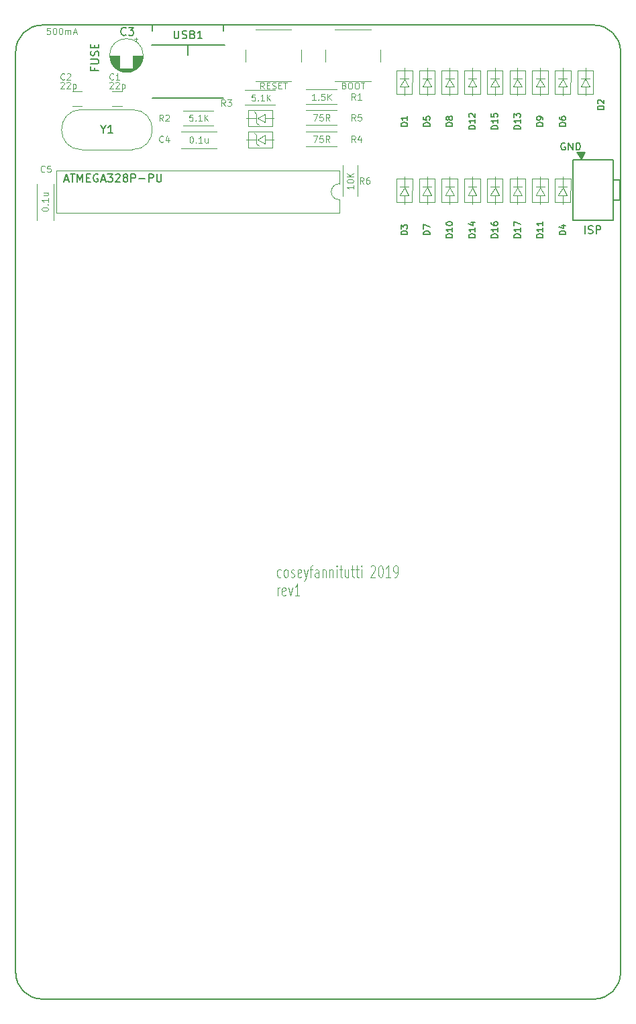
<source format=gbr>
%TF.GenerationSoftware,KiCad,Pcbnew,5.1.7-a382d34a8~88~ubuntu20.04.1*%
%TF.CreationDate,2021-03-29T23:34:48+02:00*%
%TF.ProjectId,discipad-pcb,64697363-6970-4616-942d-7063622e6b69,rev?*%
%TF.SameCoordinates,Original*%
%TF.FileFunction,Legend,Top*%
%TF.FilePolarity,Positive*%
%FSLAX46Y46*%
G04 Gerber Fmt 4.6, Leading zero omitted, Abs format (unit mm)*
G04 Created by KiCad (PCBNEW 5.1.7-a382d34a8~88~ubuntu20.04.1) date 2021-03-29 23:34:48*
%MOMM*%
%LPD*%
G01*
G04 APERTURE LIST*
%ADD10C,0.150000*%
%ADD11C,0.120000*%
%ADD12C,0.100000*%
%TA.AperFunction,Profile*%
%ADD13C,0.150000*%
%TD*%
%ADD14C,0.075000*%
%ADD15C,0.203200*%
%ADD16C,0.200000*%
G04 APERTURE END LIST*
D10*
X177500009Y-41396920D02*
X177500009Y-40396920D01*
X177928580Y-41349301D02*
X178071438Y-41396920D01*
X178309533Y-41396920D01*
X178404771Y-41349301D01*
X178452390Y-41301682D01*
X178500009Y-41206444D01*
X178500009Y-41111206D01*
X178452390Y-41015968D01*
X178404771Y-40968349D01*
X178309533Y-40920730D01*
X178119057Y-40873111D01*
X178023819Y-40825492D01*
X177976200Y-40777873D01*
X177928580Y-40682635D01*
X177928580Y-40587397D01*
X177976200Y-40492159D01*
X178023819Y-40444540D01*
X178119057Y-40396920D01*
X178357152Y-40396920D01*
X178500009Y-40444540D01*
X178928580Y-41396920D02*
X178928580Y-40396920D01*
X179309533Y-40396920D01*
X179404771Y-40444540D01*
X179452390Y-40492159D01*
X179500009Y-40587397D01*
X179500009Y-40730254D01*
X179452390Y-40825492D01*
X179404771Y-40873111D01*
X179309533Y-40920730D01*
X178928580Y-40920730D01*
G36*
X177058889Y-31968237D02*
G01*
X176533959Y-31180842D01*
X177531326Y-31180842D01*
X177058889Y-31968237D01*
G37*
X177058889Y-31968237D02*
X176533959Y-31180842D01*
X177531326Y-31180842D01*
X177058889Y-31968237D01*
X175008356Y-29995940D02*
X174922642Y-29953082D01*
X174794071Y-29953082D01*
X174665499Y-29995940D01*
X174579785Y-30081654D01*
X174536928Y-30167368D01*
X174494071Y-30338797D01*
X174494071Y-30467368D01*
X174536928Y-30638797D01*
X174579785Y-30724511D01*
X174665499Y-30810225D01*
X174794071Y-30853082D01*
X174879785Y-30853082D01*
X175008356Y-30810225D01*
X175051213Y-30767368D01*
X175051213Y-30467368D01*
X174879785Y-30467368D01*
X175436928Y-30853082D02*
X175436928Y-29953082D01*
X175951213Y-30853082D01*
X175951213Y-29953082D01*
X176379785Y-30853082D02*
X176379785Y-29953082D01*
X176594071Y-29953082D01*
X176722642Y-29995940D01*
X176808356Y-30081654D01*
X176851213Y-30167368D01*
X176894071Y-30338797D01*
X176894071Y-30467368D01*
X176851213Y-30638797D01*
X176808356Y-30724511D01*
X176722642Y-30810225D01*
X176594071Y-30853082D01*
X176379785Y-30853082D01*
D11*
X136064831Y-26291931D02*
X135802366Y-26029466D01*
X136324321Y-30340954D02*
X136061856Y-30078489D01*
X136061856Y-28976136D02*
X135799391Y-28713671D01*
X136324321Y-27663811D02*
X136061856Y-27401346D01*
D10*
X111793661Y-34585231D02*
X112269852Y-34585231D01*
X111698423Y-34870945D02*
X112031757Y-33870945D01*
X112365090Y-34870945D01*
X112555566Y-33870945D02*
X113126995Y-33870945D01*
X112841280Y-34870945D02*
X112841280Y-33870945D01*
X113460328Y-34870945D02*
X113460328Y-33870945D01*
X113793661Y-34585231D01*
X114126995Y-33870945D01*
X114126995Y-34870945D01*
X114603185Y-34347136D02*
X114936519Y-34347136D01*
X115079376Y-34870945D02*
X114603185Y-34870945D01*
X114603185Y-33870945D01*
X115079376Y-33870945D01*
X116031757Y-33918565D02*
X115936519Y-33870945D01*
X115793661Y-33870945D01*
X115650804Y-33918565D01*
X115555566Y-34013803D01*
X115507947Y-34109041D01*
X115460328Y-34299517D01*
X115460328Y-34442374D01*
X115507947Y-34632850D01*
X115555566Y-34728088D01*
X115650804Y-34823326D01*
X115793661Y-34870945D01*
X115888899Y-34870945D01*
X116031757Y-34823326D01*
X116079376Y-34775707D01*
X116079376Y-34442374D01*
X115888899Y-34442374D01*
X116460328Y-34585231D02*
X116936519Y-34585231D01*
X116365090Y-34870945D02*
X116698423Y-33870945D01*
X117031757Y-34870945D01*
X117269852Y-33870945D02*
X117888899Y-33870945D01*
X117555566Y-34251898D01*
X117698423Y-34251898D01*
X117793661Y-34299517D01*
X117841280Y-34347136D01*
X117888899Y-34442374D01*
X117888899Y-34680469D01*
X117841280Y-34775707D01*
X117793661Y-34823326D01*
X117698423Y-34870945D01*
X117412709Y-34870945D01*
X117317471Y-34823326D01*
X117269852Y-34775707D01*
X118269852Y-33966184D02*
X118317471Y-33918565D01*
X118412709Y-33870945D01*
X118650804Y-33870945D01*
X118746042Y-33918565D01*
X118793661Y-33966184D01*
X118841280Y-34061422D01*
X118841280Y-34156660D01*
X118793661Y-34299517D01*
X118222233Y-34870945D01*
X118841280Y-34870945D01*
X119412709Y-34299517D02*
X119317471Y-34251898D01*
X119269852Y-34204279D01*
X119222233Y-34109041D01*
X119222233Y-34061422D01*
X119269852Y-33966184D01*
X119317471Y-33918565D01*
X119412709Y-33870945D01*
X119603185Y-33870945D01*
X119698423Y-33918565D01*
X119746042Y-33966184D01*
X119793661Y-34061422D01*
X119793661Y-34109041D01*
X119746042Y-34204279D01*
X119698423Y-34251898D01*
X119603185Y-34299517D01*
X119412709Y-34299517D01*
X119317471Y-34347136D01*
X119269852Y-34394755D01*
X119222233Y-34489993D01*
X119222233Y-34680469D01*
X119269852Y-34775707D01*
X119317471Y-34823326D01*
X119412709Y-34870945D01*
X119603185Y-34870945D01*
X119698423Y-34823326D01*
X119746042Y-34775707D01*
X119793661Y-34680469D01*
X119793661Y-34489993D01*
X119746042Y-34394755D01*
X119698423Y-34347136D01*
X119603185Y-34299517D01*
X120222233Y-34870945D02*
X120222233Y-33870945D01*
X120603185Y-33870945D01*
X120698423Y-33918565D01*
X120746042Y-33966184D01*
X120793661Y-34061422D01*
X120793661Y-34204279D01*
X120746042Y-34299517D01*
X120698423Y-34347136D01*
X120603185Y-34394755D01*
X120222233Y-34394755D01*
X121222233Y-34489993D02*
X121984138Y-34489993D01*
X122460328Y-34870945D02*
X122460328Y-33870945D01*
X122841280Y-33870945D01*
X122936519Y-33918565D01*
X122984138Y-33966184D01*
X123031757Y-34061422D01*
X123031757Y-34204279D01*
X122984138Y-34299517D01*
X122936519Y-34347136D01*
X122841280Y-34394755D01*
X122460328Y-34394755D01*
X123460328Y-33870945D02*
X123460328Y-34680469D01*
X123507947Y-34775707D01*
X123555566Y-34823326D01*
X123650804Y-34870945D01*
X123841280Y-34870945D01*
X123936519Y-34823326D01*
X123984138Y-34775707D01*
X124031757Y-34680469D01*
X124031757Y-33870945D01*
D12*
X147122344Y-22725252D02*
X147236630Y-22763347D01*
X147274725Y-22801442D01*
X147312820Y-22877633D01*
X147312820Y-22991918D01*
X147274725Y-23068109D01*
X147236630Y-23106204D01*
X147160439Y-23144299D01*
X146855678Y-23144299D01*
X146855678Y-22344299D01*
X147122344Y-22344299D01*
X147198535Y-22382395D01*
X147236630Y-22420490D01*
X147274725Y-22496680D01*
X147274725Y-22572871D01*
X147236630Y-22649061D01*
X147198535Y-22687156D01*
X147122344Y-22725252D01*
X146855678Y-22725252D01*
X147808059Y-22344299D02*
X147960439Y-22344299D01*
X148036630Y-22382395D01*
X148112820Y-22458585D01*
X148150916Y-22610966D01*
X148150916Y-22877633D01*
X148112820Y-23030014D01*
X148036630Y-23106204D01*
X147960439Y-23144299D01*
X147808059Y-23144299D01*
X147731868Y-23106204D01*
X147655678Y-23030014D01*
X147617582Y-22877633D01*
X147617582Y-22610966D01*
X147655678Y-22458585D01*
X147731868Y-22382395D01*
X147808059Y-22344299D01*
X148646154Y-22344299D02*
X148798535Y-22344299D01*
X148874725Y-22382395D01*
X148950916Y-22458585D01*
X148989011Y-22610966D01*
X148989011Y-22877633D01*
X148950916Y-23030014D01*
X148874725Y-23106204D01*
X148798535Y-23144299D01*
X148646154Y-23144299D01*
X148569963Y-23106204D01*
X148493773Y-23030014D01*
X148455678Y-22877633D01*
X148455678Y-22610966D01*
X148493773Y-22458585D01*
X148569963Y-22382395D01*
X148646154Y-22344299D01*
X149217582Y-22344299D02*
X149674725Y-22344299D01*
X149446154Y-23144299D02*
X149446154Y-22344299D01*
X137002302Y-23126801D02*
X136735635Y-22745849D01*
X136545159Y-23126801D02*
X136545159Y-22326801D01*
X136849921Y-22326801D01*
X136926111Y-22364897D01*
X136964207Y-22402992D01*
X137002302Y-22479182D01*
X137002302Y-22593468D01*
X136964207Y-22669658D01*
X136926111Y-22707754D01*
X136849921Y-22745849D01*
X136545159Y-22745849D01*
X137345159Y-22707754D02*
X137611826Y-22707754D01*
X137726111Y-23126801D02*
X137345159Y-23126801D01*
X137345159Y-22326801D01*
X137726111Y-22326801D01*
X138030873Y-23088706D02*
X138145159Y-23126801D01*
X138335635Y-23126801D01*
X138411826Y-23088706D01*
X138449921Y-23050611D01*
X138488016Y-22974420D01*
X138488016Y-22898230D01*
X138449921Y-22822039D01*
X138411826Y-22783944D01*
X138335635Y-22745849D01*
X138183254Y-22707754D01*
X138107064Y-22669658D01*
X138068968Y-22631563D01*
X138030873Y-22555373D01*
X138030873Y-22479182D01*
X138068968Y-22402992D01*
X138107064Y-22364897D01*
X138183254Y-22326801D01*
X138373730Y-22326801D01*
X138488016Y-22364897D01*
X138830873Y-22707754D02*
X139097540Y-22707754D01*
X139211826Y-23126801D02*
X138830873Y-23126801D01*
X138830873Y-22326801D01*
X139211826Y-22326801D01*
X139440397Y-22326801D02*
X139897540Y-22326801D01*
X139668968Y-23126801D02*
X139668968Y-22326801D01*
D13*
X108977543Y-137901737D02*
G75*
G02*
X105670421Y-134594615I0J3307122D01*
G01*
X181996697Y-134594615D02*
G75*
G02*
X178689575Y-137901737I-3307122J0D01*
G01*
X178689575Y-15101737D02*
G75*
G02*
X181996697Y-18408859I0J-3307122D01*
G01*
X105670421Y-18408859D02*
G75*
G02*
X108977543Y-15101737I3307122J0D01*
G01*
D14*
X139139457Y-84640781D02*
X139044219Y-84712210D01*
X138853743Y-84712210D01*
X138758505Y-84640781D01*
X138710886Y-84569353D01*
X138663267Y-84426496D01*
X138663267Y-83997924D01*
X138710886Y-83855067D01*
X138758505Y-83783639D01*
X138853743Y-83712210D01*
X139044219Y-83712210D01*
X139139457Y-83783639D01*
X139710886Y-84712210D02*
X139615648Y-84640781D01*
X139568029Y-84569353D01*
X139520410Y-84426496D01*
X139520410Y-83997924D01*
X139568029Y-83855067D01*
X139615648Y-83783639D01*
X139710886Y-83712210D01*
X139853743Y-83712210D01*
X139948981Y-83783639D01*
X139996600Y-83855067D01*
X140044219Y-83997924D01*
X140044219Y-84426496D01*
X139996600Y-84569353D01*
X139948981Y-84640781D01*
X139853743Y-84712210D01*
X139710886Y-84712210D01*
X140425171Y-84640781D02*
X140520410Y-84712210D01*
X140710886Y-84712210D01*
X140806124Y-84640781D01*
X140853743Y-84497924D01*
X140853743Y-84426496D01*
X140806124Y-84283639D01*
X140710886Y-84212210D01*
X140568029Y-84212210D01*
X140472791Y-84140781D01*
X140425171Y-83997924D01*
X140425171Y-83926496D01*
X140472791Y-83783639D01*
X140568029Y-83712210D01*
X140710886Y-83712210D01*
X140806124Y-83783639D01*
X141663267Y-84640781D02*
X141568029Y-84712210D01*
X141377552Y-84712210D01*
X141282314Y-84640781D01*
X141234695Y-84497924D01*
X141234695Y-83926496D01*
X141282314Y-83783639D01*
X141377552Y-83712210D01*
X141568029Y-83712210D01*
X141663267Y-83783639D01*
X141710886Y-83926496D01*
X141710886Y-84069353D01*
X141234695Y-84212210D01*
X142044219Y-83712210D02*
X142282314Y-84712210D01*
X142520410Y-83712210D02*
X142282314Y-84712210D01*
X142187076Y-85069353D01*
X142139457Y-85140781D01*
X142044219Y-85212210D01*
X142758505Y-83712210D02*
X143139457Y-83712210D01*
X142901362Y-84712210D02*
X142901362Y-83426496D01*
X142948981Y-83283639D01*
X143044219Y-83212210D01*
X143139457Y-83212210D01*
X143901362Y-84712210D02*
X143901362Y-83926496D01*
X143853743Y-83783639D01*
X143758505Y-83712210D01*
X143568029Y-83712210D01*
X143472791Y-83783639D01*
X143901362Y-84640781D02*
X143806124Y-84712210D01*
X143568029Y-84712210D01*
X143472791Y-84640781D01*
X143425171Y-84497924D01*
X143425171Y-84355067D01*
X143472791Y-84212210D01*
X143568029Y-84140781D01*
X143806124Y-84140781D01*
X143901362Y-84069353D01*
X144377552Y-83712210D02*
X144377552Y-84712210D01*
X144377552Y-83855067D02*
X144425171Y-83783639D01*
X144520410Y-83712210D01*
X144663267Y-83712210D01*
X144758505Y-83783639D01*
X144806124Y-83926496D01*
X144806124Y-84712210D01*
X145282314Y-83712210D02*
X145282314Y-84712210D01*
X145282314Y-83855067D02*
X145329933Y-83783639D01*
X145425171Y-83712210D01*
X145568029Y-83712210D01*
X145663267Y-83783639D01*
X145710886Y-83926496D01*
X145710886Y-84712210D01*
X146187076Y-84712210D02*
X146187076Y-83712210D01*
X146187076Y-83212210D02*
X146139457Y-83283639D01*
X146187076Y-83355067D01*
X146234695Y-83283639D01*
X146187076Y-83212210D01*
X146187076Y-83355067D01*
X146520410Y-83712210D02*
X146901362Y-83712210D01*
X146663267Y-83212210D02*
X146663267Y-84497924D01*
X146710886Y-84640781D01*
X146806124Y-84712210D01*
X146901362Y-84712210D01*
X147663267Y-83712210D02*
X147663267Y-84712210D01*
X147234695Y-83712210D02*
X147234695Y-84497924D01*
X147282314Y-84640781D01*
X147377552Y-84712210D01*
X147520410Y-84712210D01*
X147615648Y-84640781D01*
X147663267Y-84569353D01*
X147996600Y-83712210D02*
X148377552Y-83712210D01*
X148139457Y-83212210D02*
X148139457Y-84497924D01*
X148187076Y-84640781D01*
X148282314Y-84712210D01*
X148377552Y-84712210D01*
X148568029Y-83712210D02*
X148948981Y-83712210D01*
X148710886Y-83212210D02*
X148710886Y-84497924D01*
X148758505Y-84640781D01*
X148853743Y-84712210D01*
X148948981Y-84712210D01*
X149282314Y-84712210D02*
X149282314Y-83712210D01*
X149282314Y-83212210D02*
X149234695Y-83283639D01*
X149282314Y-83355067D01*
X149329933Y-83283639D01*
X149282314Y-83212210D01*
X149282314Y-83355067D01*
X150472791Y-83355067D02*
X150520410Y-83283639D01*
X150615648Y-83212210D01*
X150853743Y-83212210D01*
X150948981Y-83283639D01*
X150996600Y-83355067D01*
X151044219Y-83497924D01*
X151044219Y-83640781D01*
X150996600Y-83855067D01*
X150425171Y-84712210D01*
X151044219Y-84712210D01*
X151663267Y-83212210D02*
X151758505Y-83212210D01*
X151853743Y-83283639D01*
X151901362Y-83355067D01*
X151948981Y-83497924D01*
X151996600Y-83783639D01*
X151996600Y-84140781D01*
X151948981Y-84426496D01*
X151901362Y-84569353D01*
X151853743Y-84640781D01*
X151758505Y-84712210D01*
X151663267Y-84712210D01*
X151568029Y-84640781D01*
X151520410Y-84569353D01*
X151472791Y-84426496D01*
X151425171Y-84140781D01*
X151425171Y-83783639D01*
X151472791Y-83497924D01*
X151520410Y-83355067D01*
X151568029Y-83283639D01*
X151663267Y-83212210D01*
X152948981Y-84712210D02*
X152377552Y-84712210D01*
X152663267Y-84712210D02*
X152663267Y-83212210D01*
X152568029Y-83426496D01*
X152472791Y-83569353D01*
X152377552Y-83640781D01*
X153425171Y-84712210D02*
X153615648Y-84712210D01*
X153710886Y-84640781D01*
X153758505Y-84569353D01*
X153853743Y-84355067D01*
X153901362Y-84069353D01*
X153901362Y-83497924D01*
X153853743Y-83355067D01*
X153806124Y-83283639D01*
X153710886Y-83212210D01*
X153520410Y-83212210D01*
X153425171Y-83283639D01*
X153377552Y-83355067D01*
X153329933Y-83497924D01*
X153329933Y-83855067D01*
X153377552Y-83997924D01*
X153425171Y-84069353D01*
X153520410Y-84140781D01*
X153710886Y-84140781D01*
X153806124Y-84069353D01*
X153853743Y-83997924D01*
X153901362Y-83855067D01*
X138710886Y-87037210D02*
X138710886Y-86037210D01*
X138710886Y-86322924D02*
X138758505Y-86180067D01*
X138806124Y-86108639D01*
X138901362Y-86037210D01*
X138996600Y-86037210D01*
X139710886Y-86965781D02*
X139615648Y-87037210D01*
X139425171Y-87037210D01*
X139329933Y-86965781D01*
X139282314Y-86822924D01*
X139282314Y-86251496D01*
X139329933Y-86108639D01*
X139425171Y-86037210D01*
X139615648Y-86037210D01*
X139710886Y-86108639D01*
X139758505Y-86251496D01*
X139758505Y-86394353D01*
X139282314Y-86537210D01*
X140091838Y-86037210D02*
X140329933Y-87037210D01*
X140568029Y-86037210D01*
X141472791Y-87037210D02*
X140901362Y-87037210D01*
X141187076Y-87037210D02*
X141187076Y-85537210D01*
X141091838Y-85751496D01*
X140996600Y-85894353D01*
X140901362Y-85965781D01*
D13*
X105670421Y-134594615D02*
X105670421Y-18408859D01*
X108977543Y-15101737D02*
X178689575Y-15101737D01*
X181996697Y-18408859D02*
X181996697Y-134594615D01*
X178689575Y-137901737D02*
X108977543Y-137901737D01*
D11*
X151720929Y-19693091D02*
X151720929Y-18193091D01*
X150470929Y-15693091D02*
X145970929Y-15693091D01*
X144720929Y-18193091D02*
X144720929Y-19693091D01*
X145970929Y-22193091D02*
X150470929Y-22193091D01*
X176550923Y-20797330D02*
X176550923Y-23767330D01*
X178550923Y-20787330D02*
X178540923Y-23777330D01*
X176550923Y-23777330D02*
X178540923Y-23777330D01*
X177560923Y-23987330D02*
X177560923Y-22867330D01*
X177560923Y-20527330D02*
X177560923Y-21807330D01*
X176550923Y-20787330D02*
X178550923Y-20787330D01*
X177560923Y-21917330D02*
X178100923Y-22867330D01*
X177550923Y-21927330D02*
X177020923Y-22837330D01*
X177020923Y-22867330D02*
X178100923Y-22867330D01*
X177020923Y-21817330D02*
X178100923Y-21817330D01*
X173696610Y-34478743D02*
X173696610Y-37448743D01*
X175696610Y-34468743D02*
X175686610Y-37458743D01*
X173696610Y-37458743D02*
X175686610Y-37458743D01*
X174706610Y-37668743D02*
X174706610Y-36548743D01*
X174706610Y-34208743D02*
X174706610Y-35488743D01*
X173696610Y-34468743D02*
X175696610Y-34468743D01*
X174706610Y-35598743D02*
X175246610Y-36548743D01*
X174696610Y-35608743D02*
X174166610Y-36518743D01*
X174166610Y-36548743D02*
X175246610Y-36548743D01*
X174166610Y-35498743D02*
X175246610Y-35498743D01*
X170842297Y-34478743D02*
X170842297Y-37448743D01*
X172842297Y-34468743D02*
X172832297Y-37458743D01*
X170842297Y-37458743D02*
X172832297Y-37458743D01*
X171852297Y-37668743D02*
X171852297Y-36548743D01*
X171852297Y-34208743D02*
X171852297Y-35488743D01*
X170842297Y-34468743D02*
X172842297Y-34468743D01*
X171852297Y-35598743D02*
X172392297Y-36548743D01*
X171842297Y-35608743D02*
X171312297Y-36518743D01*
X171312297Y-36548743D02*
X172392297Y-36548743D01*
X171312297Y-35498743D02*
X172392297Y-35498743D01*
X167987991Y-34478743D02*
X167987991Y-37448743D01*
X169987991Y-34468743D02*
X169977991Y-37458743D01*
X167987991Y-37458743D02*
X169977991Y-37458743D01*
X168997991Y-37668743D02*
X168997991Y-36548743D01*
X168997991Y-34208743D02*
X168997991Y-35488743D01*
X167987991Y-34468743D02*
X169987991Y-34468743D01*
X168997991Y-35598743D02*
X169537991Y-36548743D01*
X168987991Y-35608743D02*
X168457991Y-36518743D01*
X168457991Y-36548743D02*
X169537991Y-36548743D01*
X168457991Y-35498743D02*
X169537991Y-35498743D01*
X165133685Y-34478743D02*
X165133685Y-37448743D01*
X167133685Y-34468743D02*
X167123685Y-37458743D01*
X165133685Y-37458743D02*
X167123685Y-37458743D01*
X166143685Y-37668743D02*
X166143685Y-36548743D01*
X166143685Y-34208743D02*
X166143685Y-35488743D01*
X165133685Y-34468743D02*
X167133685Y-34468743D01*
X166143685Y-35598743D02*
X166683685Y-36548743D01*
X166133685Y-35608743D02*
X165603685Y-36518743D01*
X165603685Y-36548743D02*
X166683685Y-36548743D01*
X165603685Y-35498743D02*
X166683685Y-35498743D01*
X162279379Y-34478743D02*
X162279379Y-37448743D01*
X164279379Y-34468743D02*
X164269379Y-37458743D01*
X162279379Y-37458743D02*
X164269379Y-37458743D01*
X163289379Y-37668743D02*
X163289379Y-36548743D01*
X163289379Y-34208743D02*
X163289379Y-35488743D01*
X162279379Y-34468743D02*
X164279379Y-34468743D01*
X163289379Y-35598743D02*
X163829379Y-36548743D01*
X163279379Y-35608743D02*
X162749379Y-36518743D01*
X162749379Y-36548743D02*
X163829379Y-36548743D01*
X162749379Y-35498743D02*
X163829379Y-35498743D01*
X159425073Y-34478743D02*
X159425073Y-37448743D01*
X161425073Y-34468743D02*
X161415073Y-37458743D01*
X159425073Y-37458743D02*
X161415073Y-37458743D01*
X160435073Y-37668743D02*
X160435073Y-36548743D01*
X160435073Y-34208743D02*
X160435073Y-35488743D01*
X159425073Y-34468743D02*
X161425073Y-34468743D01*
X160435073Y-35598743D02*
X160975073Y-36548743D01*
X160425073Y-35608743D02*
X159895073Y-36518743D01*
X159895073Y-36548743D02*
X160975073Y-36548743D01*
X159895073Y-35498743D02*
X160975073Y-35498743D01*
X156570767Y-34478743D02*
X156570767Y-37448743D01*
X158570767Y-34468743D02*
X158560767Y-37458743D01*
X156570767Y-37458743D02*
X158560767Y-37458743D01*
X157580767Y-37668743D02*
X157580767Y-36548743D01*
X157580767Y-34208743D02*
X157580767Y-35488743D01*
X156570767Y-34468743D02*
X158570767Y-34468743D01*
X157580767Y-35598743D02*
X158120767Y-36548743D01*
X157570767Y-35608743D02*
X157040767Y-36518743D01*
X157040767Y-36548743D02*
X158120767Y-36548743D01*
X157040767Y-35498743D02*
X158120767Y-35498743D01*
X153716461Y-34478743D02*
X153716461Y-37448743D01*
X155716461Y-34468743D02*
X155706461Y-37458743D01*
X153716461Y-37458743D02*
X155706461Y-37458743D01*
X154726461Y-37668743D02*
X154726461Y-36548743D01*
X154726461Y-34208743D02*
X154726461Y-35488743D01*
X153716461Y-34468743D02*
X155716461Y-34468743D01*
X154726461Y-35598743D02*
X155266461Y-36548743D01*
X154716461Y-35608743D02*
X154186461Y-36518743D01*
X154186461Y-36548743D02*
X155266461Y-36548743D01*
X154186461Y-35498743D02*
X155266461Y-35498743D01*
X173696610Y-20797330D02*
X173696610Y-23767330D01*
X175696610Y-20787330D02*
X175686610Y-23777330D01*
X173696610Y-23777330D02*
X175686610Y-23777330D01*
X174706610Y-23987330D02*
X174706610Y-22867330D01*
X174706610Y-20527330D02*
X174706610Y-21807330D01*
X173696610Y-20787330D02*
X175696610Y-20787330D01*
X174706610Y-21917330D02*
X175246610Y-22867330D01*
X174696610Y-21927330D02*
X174166610Y-22837330D01*
X174166610Y-22867330D02*
X175246610Y-22867330D01*
X174166610Y-21817330D02*
X175246610Y-21817330D01*
X170842297Y-20797330D02*
X170842297Y-23767330D01*
X172842297Y-20787330D02*
X172832297Y-23777330D01*
X170842297Y-23777330D02*
X172832297Y-23777330D01*
X171852297Y-23987330D02*
X171852297Y-22867330D01*
X171852297Y-20527330D02*
X171852297Y-21807330D01*
X170842297Y-20787330D02*
X172842297Y-20787330D01*
X171852297Y-21917330D02*
X172392297Y-22867330D01*
X171842297Y-21927330D02*
X171312297Y-22837330D01*
X171312297Y-22867330D02*
X172392297Y-22867330D01*
X171312297Y-21817330D02*
X172392297Y-21817330D01*
X167987991Y-20797330D02*
X167987991Y-23767330D01*
X169987991Y-20787330D02*
X169977991Y-23777330D01*
X167987991Y-23777330D02*
X169977991Y-23777330D01*
X168997991Y-23987330D02*
X168997991Y-22867330D01*
X168997991Y-20527330D02*
X168997991Y-21807330D01*
X167987991Y-20787330D02*
X169987991Y-20787330D01*
X168997991Y-21917330D02*
X169537991Y-22867330D01*
X168987991Y-21927330D02*
X168457991Y-22837330D01*
X168457991Y-22867330D02*
X169537991Y-22867330D01*
X168457991Y-21817330D02*
X169537991Y-21817330D01*
X165133685Y-20797330D02*
X165133685Y-23767330D01*
X167133685Y-20787330D02*
X167123685Y-23777330D01*
X165133685Y-23777330D02*
X167123685Y-23777330D01*
X166143685Y-23987330D02*
X166143685Y-22867330D01*
X166143685Y-20527330D02*
X166143685Y-21807330D01*
X165133685Y-20787330D02*
X167133685Y-20787330D01*
X166143685Y-21917330D02*
X166683685Y-22867330D01*
X166133685Y-21927330D02*
X165603685Y-22837330D01*
X165603685Y-22867330D02*
X166683685Y-22867330D01*
X165603685Y-21817330D02*
X166683685Y-21817330D01*
X162279379Y-20797330D02*
X162279379Y-23767330D01*
X164279379Y-20787330D02*
X164269379Y-23777330D01*
X162279379Y-23777330D02*
X164269379Y-23777330D01*
X163289379Y-23987330D02*
X163289379Y-22867330D01*
X163289379Y-20527330D02*
X163289379Y-21807330D01*
X162279379Y-20787330D02*
X164279379Y-20787330D01*
X163289379Y-21917330D02*
X163829379Y-22867330D01*
X163279379Y-21927330D02*
X162749379Y-22837330D01*
X162749379Y-22867330D02*
X163829379Y-22867330D01*
X162749379Y-21817330D02*
X163829379Y-21817330D01*
X159425073Y-20797330D02*
X159425073Y-23767330D01*
X161425073Y-20787330D02*
X161415073Y-23777330D01*
X159425073Y-23777330D02*
X161415073Y-23777330D01*
X160435073Y-23987330D02*
X160435073Y-22867330D01*
X160435073Y-20527330D02*
X160435073Y-21807330D01*
X159425073Y-20787330D02*
X161425073Y-20787330D01*
X160435073Y-21917330D02*
X160975073Y-22867330D01*
X160425073Y-21927330D02*
X159895073Y-22837330D01*
X159895073Y-22867330D02*
X160975073Y-22867330D01*
X159895073Y-21817330D02*
X160975073Y-21817330D01*
X156570767Y-20797330D02*
X156570767Y-23767330D01*
X158570767Y-20787330D02*
X158560767Y-23777330D01*
X156570767Y-23777330D02*
X158560767Y-23777330D01*
X157580767Y-23987330D02*
X157580767Y-22867330D01*
X157580767Y-20527330D02*
X157580767Y-21807330D01*
X156570767Y-20787330D02*
X158570767Y-20787330D01*
X157580767Y-21917330D02*
X158120767Y-22867330D01*
X157570767Y-21927330D02*
X157040767Y-22837330D01*
X157040767Y-22867330D02*
X158120767Y-22867330D01*
X157040767Y-21817330D02*
X158120767Y-21817330D01*
X153716461Y-20797330D02*
X153716461Y-23767330D01*
X155716461Y-20787330D02*
X155706461Y-23777330D01*
X153716461Y-23777330D02*
X155706461Y-23777330D01*
X154726461Y-23987330D02*
X154726461Y-22867330D01*
X154726461Y-20527330D02*
X154726461Y-21807330D01*
X153716461Y-20787330D02*
X155716461Y-20787330D01*
X154726461Y-21917330D02*
X155266461Y-22867330D01*
X154716461Y-21927330D02*
X154186461Y-22837330D01*
X154186461Y-22867330D02*
X155266461Y-22867330D01*
X154186461Y-21817330D02*
X155266461Y-21817330D01*
X135044831Y-30536623D02*
X138014831Y-30536623D01*
X135034831Y-28536623D02*
X138024831Y-28546623D01*
X138024831Y-30536623D02*
X138024831Y-28546623D01*
X138234831Y-29526623D02*
X137114831Y-29526623D01*
X134774831Y-29526623D02*
X136054831Y-29526623D01*
X135034831Y-30536623D02*
X135034831Y-28536623D01*
X136164831Y-29526623D02*
X137114831Y-28986623D01*
X136174831Y-29536623D02*
X137084831Y-30066623D01*
X137114831Y-30066623D02*
X137114831Y-28986623D01*
X136064831Y-30066623D02*
X136064831Y-28986623D01*
X135044831Y-27841931D02*
X138014831Y-27841931D01*
X135034831Y-25841931D02*
X138024831Y-25851931D01*
X138024831Y-27841931D02*
X138024831Y-25851931D01*
X138234831Y-26831931D02*
X137114831Y-26831931D01*
X134774831Y-26831931D02*
X136054831Y-26831931D01*
X135034831Y-27841931D02*
X135034831Y-25841931D01*
X136164831Y-26831931D02*
X137114831Y-26291931D01*
X136174831Y-26841931D02*
X137084831Y-27371931D01*
X137114831Y-27371931D02*
X137114831Y-26291931D01*
X136064831Y-27371931D02*
X136064831Y-26291931D01*
X117840101Y-23489709D02*
X119098101Y-23489709D01*
X117840101Y-25329709D02*
X119098101Y-25329709D01*
X114043393Y-23472211D02*
X112785393Y-23472211D01*
X114043393Y-25312211D02*
X112785393Y-25312211D01*
X121753825Y-18930421D02*
G75*
G03*
X121753825Y-18930421I-2120000J0D01*
G01*
X118793825Y-18930421D02*
X117553825Y-18930421D01*
X121713825Y-18930421D02*
X120473825Y-18930421D01*
X118793825Y-18970421D02*
X117553825Y-18970421D01*
X121713825Y-18970421D02*
X120473825Y-18970421D01*
X118793825Y-19010421D02*
X117554825Y-19010421D01*
X121712825Y-19010421D02*
X120473825Y-19010421D01*
X121710825Y-19050421D02*
X120473825Y-19050421D01*
X118793825Y-19050421D02*
X117556825Y-19050421D01*
X121707825Y-19090421D02*
X120473825Y-19090421D01*
X118793825Y-19090421D02*
X117559825Y-19090421D01*
X121704825Y-19130421D02*
X120473825Y-19130421D01*
X118793825Y-19130421D02*
X117562825Y-19130421D01*
X121700825Y-19170421D02*
X120473825Y-19170421D01*
X118793825Y-19170421D02*
X117566825Y-19170421D01*
X121695825Y-19210421D02*
X120473825Y-19210421D01*
X118793825Y-19210421D02*
X117571825Y-19210421D01*
X121689825Y-19250421D02*
X120473825Y-19250421D01*
X118793825Y-19250421D02*
X117577825Y-19250421D01*
X121683825Y-19290421D02*
X120473825Y-19290421D01*
X118793825Y-19290421D02*
X117583825Y-19290421D01*
X121675825Y-19330421D02*
X120473825Y-19330421D01*
X118793825Y-19330421D02*
X117591825Y-19330421D01*
X121667825Y-19370421D02*
X120473825Y-19370421D01*
X118793825Y-19370421D02*
X117599825Y-19370421D01*
X121658825Y-19410421D02*
X120473825Y-19410421D01*
X118793825Y-19410421D02*
X117608825Y-19410421D01*
X121649825Y-19450421D02*
X120473825Y-19450421D01*
X118793825Y-19450421D02*
X117617825Y-19450421D01*
X121638825Y-19490421D02*
X120473825Y-19490421D01*
X118793825Y-19490421D02*
X117628825Y-19490421D01*
X121627825Y-19530421D02*
X120473825Y-19530421D01*
X118793825Y-19530421D02*
X117639825Y-19530421D01*
X121615825Y-19570421D02*
X120473825Y-19570421D01*
X118793825Y-19570421D02*
X117651825Y-19570421D01*
X121601825Y-19610421D02*
X120473825Y-19610421D01*
X118793825Y-19610421D02*
X117665825Y-19610421D01*
X121587825Y-19651421D02*
X120473825Y-19651421D01*
X118793825Y-19651421D02*
X117679825Y-19651421D01*
X121573825Y-19691421D02*
X120473825Y-19691421D01*
X118793825Y-19691421D02*
X117693825Y-19691421D01*
X121557825Y-19731421D02*
X120473825Y-19731421D01*
X118793825Y-19731421D02*
X117709825Y-19731421D01*
X121540825Y-19771421D02*
X120473825Y-19771421D01*
X118793825Y-19771421D02*
X117726825Y-19771421D01*
X121522825Y-19811421D02*
X120473825Y-19811421D01*
X118793825Y-19811421D02*
X117744825Y-19811421D01*
X121503825Y-19851421D02*
X120473825Y-19851421D01*
X118793825Y-19851421D02*
X117763825Y-19851421D01*
X121484825Y-19891421D02*
X120473825Y-19891421D01*
X118793825Y-19891421D02*
X117782825Y-19891421D01*
X121463825Y-19931421D02*
X120473825Y-19931421D01*
X118793825Y-19931421D02*
X117803825Y-19931421D01*
X121441825Y-19971421D02*
X120473825Y-19971421D01*
X118793825Y-19971421D02*
X117825825Y-19971421D01*
X121418825Y-20011421D02*
X120473825Y-20011421D01*
X118793825Y-20011421D02*
X117848825Y-20011421D01*
X121393825Y-20051421D02*
X120473825Y-20051421D01*
X118793825Y-20051421D02*
X117873825Y-20051421D01*
X121368825Y-20091421D02*
X120473825Y-20091421D01*
X118793825Y-20091421D02*
X117898825Y-20091421D01*
X121341825Y-20131421D02*
X120473825Y-20131421D01*
X118793825Y-20131421D02*
X117925825Y-20131421D01*
X121313825Y-20171421D02*
X120473825Y-20171421D01*
X118793825Y-20171421D02*
X117953825Y-20171421D01*
X121283825Y-20211421D02*
X120473825Y-20211421D01*
X118793825Y-20211421D02*
X117983825Y-20211421D01*
X121252825Y-20251421D02*
X120473825Y-20251421D01*
X118793825Y-20251421D02*
X118014825Y-20251421D01*
X121220825Y-20291421D02*
X120473825Y-20291421D01*
X118793825Y-20291421D02*
X118046825Y-20291421D01*
X121185825Y-20331421D02*
X120473825Y-20331421D01*
X118793825Y-20331421D02*
X118081825Y-20331421D01*
X121149825Y-20371421D02*
X120473825Y-20371421D01*
X118793825Y-20371421D02*
X118117825Y-20371421D01*
X121111825Y-20411421D02*
X120473825Y-20411421D01*
X118793825Y-20411421D02*
X118155825Y-20411421D01*
X121071825Y-20451421D02*
X120473825Y-20451421D01*
X118793825Y-20451421D02*
X118195825Y-20451421D01*
X121029825Y-20491421D02*
X120473825Y-20491421D01*
X118793825Y-20491421D02*
X118237825Y-20491421D01*
X120984825Y-20531421D02*
X118282825Y-20531421D01*
X120937825Y-20571421D02*
X118329825Y-20571421D01*
X120887825Y-20611421D02*
X118379825Y-20611421D01*
X120833825Y-20651421D02*
X118433825Y-20651421D01*
X120775825Y-20691421D02*
X118491825Y-20691421D01*
X120713825Y-20731421D02*
X118553825Y-20731421D01*
X120646825Y-20771421D02*
X118620825Y-20771421D01*
X120573825Y-20811421D02*
X118693825Y-20811421D01*
X120492825Y-20851421D02*
X118774825Y-20851421D01*
X120401825Y-20891421D02*
X118865825Y-20891421D01*
X120297825Y-20931421D02*
X118969825Y-20931421D01*
X120170825Y-20971421D02*
X119096825Y-20971421D01*
X120003825Y-21011421D02*
X119263825Y-21011421D01*
X120828825Y-16660620D02*
X120828825Y-17060620D01*
X121028825Y-16860620D02*
X120628825Y-16860620D01*
X126517493Y-28516619D02*
X126517493Y-28501619D01*
X126517493Y-30641619D02*
X126517493Y-30626619D01*
X131057493Y-28516619D02*
X131057493Y-28501619D01*
X131057493Y-30641619D02*
X131057493Y-30626619D01*
X131057493Y-28501619D02*
X126517493Y-28501619D01*
X131057493Y-30641619D02*
X126517493Y-30641619D01*
X110484993Y-35138509D02*
X110484993Y-39678509D01*
X108344993Y-35138509D02*
X108344993Y-39678509D01*
X110484993Y-35138509D02*
X110469993Y-35138509D01*
X108359993Y-35138509D02*
X108344993Y-35138509D01*
X110484993Y-39678509D02*
X110469993Y-39678509D01*
X108359993Y-39678509D02*
X108344993Y-39678509D01*
X146163959Y-23227239D02*
X142323959Y-23227239D01*
X146163959Y-25067239D02*
X142323959Y-25067239D01*
X126798077Y-25921931D02*
X130638077Y-25921931D01*
X126798077Y-27761931D02*
X130638077Y-27761931D01*
X134549691Y-23279733D02*
X138389691Y-23279733D01*
X134549691Y-25119733D02*
X138389691Y-25119733D01*
X142323959Y-30404129D02*
X146163959Y-30404129D01*
X142323959Y-28564129D02*
X146163959Y-28564129D01*
X146163959Y-25851939D02*
X142323959Y-25851939D01*
X146163959Y-27691939D02*
X142323959Y-27691939D01*
X146955597Y-36615743D02*
X146955597Y-32775743D01*
X148795597Y-36615743D02*
X148795597Y-32775743D01*
X135962073Y-22193091D02*
X140462073Y-22193091D01*
X134712073Y-18193091D02*
X134712073Y-19693091D01*
X140462073Y-15693091D02*
X135962073Y-15693091D01*
X141712073Y-19693091D02*
X141712073Y-18193091D01*
X146493407Y-35111307D02*
X146493407Y-33461307D01*
X146493407Y-33461307D02*
X110813407Y-33461307D01*
X110813407Y-33461307D02*
X110813407Y-38761307D01*
X110813407Y-38761307D02*
X146493407Y-38761307D01*
X146493407Y-38761307D02*
X146493407Y-37111307D01*
X146493407Y-37111307D02*
G75*
G02*
X146493407Y-35111307I0J1000000D01*
G01*
D10*
X127402937Y-17602987D02*
X127402937Y-18872987D01*
X131877937Y-15092987D02*
X131882937Y-15852987D01*
X131877937Y-15092987D02*
X122927937Y-15092987D01*
X122922937Y-15852987D02*
X122927937Y-15092987D01*
X131877937Y-24262987D02*
X122927937Y-24262987D01*
X132027937Y-17602987D02*
X122777937Y-17602987D01*
D11*
X120376327Y-30801767D02*
X113976327Y-30801767D01*
X120376327Y-25751767D02*
X113976327Y-25751767D01*
X120376327Y-25751767D02*
G75*
G02*
X120376327Y-30801767I0J-2525000D01*
G01*
X113976327Y-25751767D02*
G75*
G03*
X113976327Y-30801767I0J-2525000D01*
G01*
D15*
X181089591Y-39733393D02*
X176009591Y-39733393D01*
X176009591Y-32113393D02*
X181089591Y-32113393D01*
X176009591Y-39733393D02*
X176009591Y-32113393D01*
X181089591Y-32113393D02*
X181089591Y-39733393D01*
D16*
X181899591Y-34623393D02*
X181099591Y-34623393D01*
X181899591Y-37173393D02*
X181899591Y-34623393D01*
X181099591Y-37173393D02*
X181899591Y-37173393D01*
D10*
X179887964Y-25734623D02*
X179087964Y-25734623D01*
X179087964Y-25544147D01*
X179126060Y-25429861D01*
X179202250Y-25353670D01*
X179278440Y-25315575D01*
X179430821Y-25277480D01*
X179545107Y-25277480D01*
X179697488Y-25315575D01*
X179773679Y-25353670D01*
X179849869Y-25429861D01*
X179887964Y-25544147D01*
X179887964Y-25734623D01*
X179164155Y-24972718D02*
X179126060Y-24934623D01*
X179087964Y-24858432D01*
X179087964Y-24667956D01*
X179126060Y-24591766D01*
X179164155Y-24553670D01*
X179240345Y-24515575D01*
X179316536Y-24515575D01*
X179430821Y-24553670D01*
X179887964Y-25010813D01*
X179887964Y-24515575D01*
X175058514Y-41499219D02*
X174258514Y-41499219D01*
X174258514Y-41308743D01*
X174296610Y-41194457D01*
X174372800Y-41118266D01*
X174448990Y-41080171D01*
X174601371Y-41042076D01*
X174715657Y-41042076D01*
X174868038Y-41080171D01*
X174944229Y-41118266D01*
X175020419Y-41194457D01*
X175058514Y-41308743D01*
X175058514Y-41499219D01*
X174525181Y-40356362D02*
X175058514Y-40356362D01*
X174220419Y-40546838D02*
X174791848Y-40737314D01*
X174791848Y-40242076D01*
X172204201Y-41880171D02*
X171404201Y-41880171D01*
X171404201Y-41689695D01*
X171442297Y-41575409D01*
X171518487Y-41499219D01*
X171594677Y-41461123D01*
X171747058Y-41423028D01*
X171861344Y-41423028D01*
X172013725Y-41461123D01*
X172089916Y-41499219D01*
X172166106Y-41575409D01*
X172204201Y-41689695D01*
X172204201Y-41880171D01*
X172204201Y-40661123D02*
X172204201Y-41118266D01*
X172204201Y-40889695D02*
X171404201Y-40889695D01*
X171518487Y-40965885D01*
X171594677Y-41042076D01*
X171632773Y-41118266D01*
X172204201Y-39899219D02*
X172204201Y-40356362D01*
X172204201Y-40127790D02*
X171404201Y-40127790D01*
X171518487Y-40203981D01*
X171594677Y-40280171D01*
X171632773Y-40356362D01*
X169349895Y-41880171D02*
X168549895Y-41880171D01*
X168549895Y-41689695D01*
X168587991Y-41575409D01*
X168664181Y-41499219D01*
X168740371Y-41461123D01*
X168892752Y-41423028D01*
X169007038Y-41423028D01*
X169159419Y-41461123D01*
X169235610Y-41499219D01*
X169311800Y-41575409D01*
X169349895Y-41689695D01*
X169349895Y-41880171D01*
X169349895Y-40661123D02*
X169349895Y-41118266D01*
X169349895Y-40889695D02*
X168549895Y-40889695D01*
X168664181Y-40965885D01*
X168740371Y-41042076D01*
X168778467Y-41118266D01*
X168549895Y-40394457D02*
X168549895Y-39861123D01*
X169349895Y-40203981D01*
X166495589Y-41880171D02*
X165695589Y-41880171D01*
X165695589Y-41689695D01*
X165733685Y-41575409D01*
X165809875Y-41499219D01*
X165886065Y-41461123D01*
X166038446Y-41423028D01*
X166152732Y-41423028D01*
X166305113Y-41461123D01*
X166381304Y-41499219D01*
X166457494Y-41575409D01*
X166495589Y-41689695D01*
X166495589Y-41880171D01*
X166495589Y-40661123D02*
X166495589Y-41118266D01*
X166495589Y-40889695D02*
X165695589Y-40889695D01*
X165809875Y-40965885D01*
X165886065Y-41042076D01*
X165924161Y-41118266D01*
X165695589Y-39975409D02*
X165695589Y-40127790D01*
X165733685Y-40203981D01*
X165771780Y-40242076D01*
X165886065Y-40318266D01*
X166038446Y-40356362D01*
X166343208Y-40356362D01*
X166419399Y-40318266D01*
X166457494Y-40280171D01*
X166495589Y-40203981D01*
X166495589Y-40051600D01*
X166457494Y-39975409D01*
X166419399Y-39937314D01*
X166343208Y-39899219D01*
X166152732Y-39899219D01*
X166076542Y-39937314D01*
X166038446Y-39975409D01*
X166000351Y-40051600D01*
X166000351Y-40203981D01*
X166038446Y-40280171D01*
X166076542Y-40318266D01*
X166152732Y-40356362D01*
X163641283Y-41880171D02*
X162841283Y-41880171D01*
X162841283Y-41689695D01*
X162879379Y-41575409D01*
X162955569Y-41499219D01*
X163031759Y-41461123D01*
X163184140Y-41423028D01*
X163298426Y-41423028D01*
X163450807Y-41461123D01*
X163526998Y-41499219D01*
X163603188Y-41575409D01*
X163641283Y-41689695D01*
X163641283Y-41880171D01*
X163641283Y-40661123D02*
X163641283Y-41118266D01*
X163641283Y-40889695D02*
X162841283Y-40889695D01*
X162955569Y-40965885D01*
X163031759Y-41042076D01*
X163069855Y-41118266D01*
X163107950Y-39975409D02*
X163641283Y-39975409D01*
X162803188Y-40165885D02*
X163374617Y-40356362D01*
X163374617Y-39861123D01*
X160786977Y-41880171D02*
X159986977Y-41880171D01*
X159986977Y-41689695D01*
X160025073Y-41575409D01*
X160101263Y-41499219D01*
X160177453Y-41461123D01*
X160329834Y-41423028D01*
X160444120Y-41423028D01*
X160596501Y-41461123D01*
X160672692Y-41499219D01*
X160748882Y-41575409D01*
X160786977Y-41689695D01*
X160786977Y-41880171D01*
X160786977Y-40661123D02*
X160786977Y-41118266D01*
X160786977Y-40889695D02*
X159986977Y-40889695D01*
X160101263Y-40965885D01*
X160177453Y-41042076D01*
X160215549Y-41118266D01*
X159986977Y-40165885D02*
X159986977Y-40089695D01*
X160025073Y-40013504D01*
X160063168Y-39975409D01*
X160139358Y-39937314D01*
X160291739Y-39899219D01*
X160482215Y-39899219D01*
X160634596Y-39937314D01*
X160710787Y-39975409D01*
X160748882Y-40013504D01*
X160786977Y-40089695D01*
X160786977Y-40165885D01*
X160748882Y-40242076D01*
X160710787Y-40280171D01*
X160634596Y-40318266D01*
X160482215Y-40356362D01*
X160291739Y-40356362D01*
X160139358Y-40318266D01*
X160063168Y-40280171D01*
X160025073Y-40242076D01*
X159986977Y-40165885D01*
X157932671Y-41499219D02*
X157132671Y-41499219D01*
X157132671Y-41308743D01*
X157170767Y-41194457D01*
X157246957Y-41118266D01*
X157323147Y-41080171D01*
X157475528Y-41042076D01*
X157589814Y-41042076D01*
X157742195Y-41080171D01*
X157818386Y-41118266D01*
X157894576Y-41194457D01*
X157932671Y-41308743D01*
X157932671Y-41499219D01*
X157132671Y-40775409D02*
X157132671Y-40242076D01*
X157932671Y-40584933D01*
X155078365Y-41499219D02*
X154278365Y-41499219D01*
X154278365Y-41308743D01*
X154316461Y-41194457D01*
X154392651Y-41118266D01*
X154468841Y-41080171D01*
X154621222Y-41042076D01*
X154735508Y-41042076D01*
X154887889Y-41080171D01*
X154964080Y-41118266D01*
X155040270Y-41194457D01*
X155078365Y-41308743D01*
X155078365Y-41499219D01*
X154278365Y-40775409D02*
X154278365Y-40280171D01*
X154583127Y-40546838D01*
X154583127Y-40432552D01*
X154621222Y-40356362D01*
X154659318Y-40318266D01*
X154735508Y-40280171D01*
X154925984Y-40280171D01*
X155002175Y-40318266D01*
X155040270Y-40356362D01*
X155078365Y-40432552D01*
X155078365Y-40661123D01*
X155040270Y-40737314D01*
X155002175Y-40775409D01*
X175058514Y-27817806D02*
X174258514Y-27817806D01*
X174258514Y-27627330D01*
X174296610Y-27513044D01*
X174372800Y-27436853D01*
X174448990Y-27398758D01*
X174601371Y-27360663D01*
X174715657Y-27360663D01*
X174868038Y-27398758D01*
X174944229Y-27436853D01*
X175020419Y-27513044D01*
X175058514Y-27627330D01*
X175058514Y-27817806D01*
X174258514Y-26674949D02*
X174258514Y-26827330D01*
X174296610Y-26903520D01*
X174334705Y-26941615D01*
X174448990Y-27017806D01*
X174601371Y-27055901D01*
X174906133Y-27055901D01*
X174982324Y-27017806D01*
X175020419Y-26979710D01*
X175058514Y-26903520D01*
X175058514Y-26751139D01*
X175020419Y-26674949D01*
X174982324Y-26636853D01*
X174906133Y-26598758D01*
X174715657Y-26598758D01*
X174639467Y-26636853D01*
X174601371Y-26674949D01*
X174563276Y-26751139D01*
X174563276Y-26903520D01*
X174601371Y-26979710D01*
X174639467Y-27017806D01*
X174715657Y-27055901D01*
X172204201Y-27817806D02*
X171404201Y-27817806D01*
X171404201Y-27627330D01*
X171442297Y-27513044D01*
X171518487Y-27436853D01*
X171594677Y-27398758D01*
X171747058Y-27360663D01*
X171861344Y-27360663D01*
X172013725Y-27398758D01*
X172089916Y-27436853D01*
X172166106Y-27513044D01*
X172204201Y-27627330D01*
X172204201Y-27817806D01*
X172204201Y-26979710D02*
X172204201Y-26827330D01*
X172166106Y-26751139D01*
X172128011Y-26713044D01*
X172013725Y-26636853D01*
X171861344Y-26598758D01*
X171556582Y-26598758D01*
X171480392Y-26636853D01*
X171442297Y-26674949D01*
X171404201Y-26751139D01*
X171404201Y-26903520D01*
X171442297Y-26979710D01*
X171480392Y-27017806D01*
X171556582Y-27055901D01*
X171747058Y-27055901D01*
X171823249Y-27017806D01*
X171861344Y-26979710D01*
X171899439Y-26903520D01*
X171899439Y-26751139D01*
X171861344Y-26674949D01*
X171823249Y-26636853D01*
X171747058Y-26598758D01*
X169349895Y-28198758D02*
X168549895Y-28198758D01*
X168549895Y-28008282D01*
X168587991Y-27893996D01*
X168664181Y-27817806D01*
X168740371Y-27779710D01*
X168892752Y-27741615D01*
X169007038Y-27741615D01*
X169159419Y-27779710D01*
X169235610Y-27817806D01*
X169311800Y-27893996D01*
X169349895Y-28008282D01*
X169349895Y-28198758D01*
X169349895Y-26979710D02*
X169349895Y-27436853D01*
X169349895Y-27208282D02*
X168549895Y-27208282D01*
X168664181Y-27284472D01*
X168740371Y-27360663D01*
X168778467Y-27436853D01*
X168549895Y-26713044D02*
X168549895Y-26217806D01*
X168854657Y-26484472D01*
X168854657Y-26370187D01*
X168892752Y-26293996D01*
X168930848Y-26255901D01*
X169007038Y-26217806D01*
X169197514Y-26217806D01*
X169273705Y-26255901D01*
X169311800Y-26293996D01*
X169349895Y-26370187D01*
X169349895Y-26598758D01*
X169311800Y-26674949D01*
X169273705Y-26713044D01*
X166495589Y-28198758D02*
X165695589Y-28198758D01*
X165695589Y-28008282D01*
X165733685Y-27893996D01*
X165809875Y-27817806D01*
X165886065Y-27779710D01*
X166038446Y-27741615D01*
X166152732Y-27741615D01*
X166305113Y-27779710D01*
X166381304Y-27817806D01*
X166457494Y-27893996D01*
X166495589Y-28008282D01*
X166495589Y-28198758D01*
X166495589Y-26979710D02*
X166495589Y-27436853D01*
X166495589Y-27208282D02*
X165695589Y-27208282D01*
X165809875Y-27284472D01*
X165886065Y-27360663D01*
X165924161Y-27436853D01*
X165695589Y-26255901D02*
X165695589Y-26636853D01*
X166076542Y-26674949D01*
X166038446Y-26636853D01*
X166000351Y-26560663D01*
X166000351Y-26370187D01*
X166038446Y-26293996D01*
X166076542Y-26255901D01*
X166152732Y-26217806D01*
X166343208Y-26217806D01*
X166419399Y-26255901D01*
X166457494Y-26293996D01*
X166495589Y-26370187D01*
X166495589Y-26560663D01*
X166457494Y-26636853D01*
X166419399Y-26674949D01*
X163641283Y-28198758D02*
X162841283Y-28198758D01*
X162841283Y-28008282D01*
X162879379Y-27893996D01*
X162955569Y-27817806D01*
X163031759Y-27779710D01*
X163184140Y-27741615D01*
X163298426Y-27741615D01*
X163450807Y-27779710D01*
X163526998Y-27817806D01*
X163603188Y-27893996D01*
X163641283Y-28008282D01*
X163641283Y-28198758D01*
X163641283Y-26979710D02*
X163641283Y-27436853D01*
X163641283Y-27208282D02*
X162841283Y-27208282D01*
X162955569Y-27284472D01*
X163031759Y-27360663D01*
X163069855Y-27436853D01*
X162917474Y-26674949D02*
X162879379Y-26636853D01*
X162841283Y-26560663D01*
X162841283Y-26370187D01*
X162879379Y-26293996D01*
X162917474Y-26255901D01*
X162993664Y-26217806D01*
X163069855Y-26217806D01*
X163184140Y-26255901D01*
X163641283Y-26713044D01*
X163641283Y-26217806D01*
X160786977Y-27817806D02*
X159986977Y-27817806D01*
X159986977Y-27627330D01*
X160025073Y-27513044D01*
X160101263Y-27436853D01*
X160177453Y-27398758D01*
X160329834Y-27360663D01*
X160444120Y-27360663D01*
X160596501Y-27398758D01*
X160672692Y-27436853D01*
X160748882Y-27513044D01*
X160786977Y-27627330D01*
X160786977Y-27817806D01*
X160329834Y-26903520D02*
X160291739Y-26979710D01*
X160253644Y-27017806D01*
X160177453Y-27055901D01*
X160139358Y-27055901D01*
X160063168Y-27017806D01*
X160025073Y-26979710D01*
X159986977Y-26903520D01*
X159986977Y-26751139D01*
X160025073Y-26674949D01*
X160063168Y-26636853D01*
X160139358Y-26598758D01*
X160177453Y-26598758D01*
X160253644Y-26636853D01*
X160291739Y-26674949D01*
X160329834Y-26751139D01*
X160329834Y-26903520D01*
X160367930Y-26979710D01*
X160406025Y-27017806D01*
X160482215Y-27055901D01*
X160634596Y-27055901D01*
X160710787Y-27017806D01*
X160748882Y-26979710D01*
X160786977Y-26903520D01*
X160786977Y-26751139D01*
X160748882Y-26674949D01*
X160710787Y-26636853D01*
X160634596Y-26598758D01*
X160482215Y-26598758D01*
X160406025Y-26636853D01*
X160367930Y-26674949D01*
X160329834Y-26751139D01*
X157932671Y-27817806D02*
X157132671Y-27817806D01*
X157132671Y-27627330D01*
X157170767Y-27513044D01*
X157246957Y-27436853D01*
X157323147Y-27398758D01*
X157475528Y-27360663D01*
X157589814Y-27360663D01*
X157742195Y-27398758D01*
X157818386Y-27436853D01*
X157894576Y-27513044D01*
X157932671Y-27627330D01*
X157932671Y-27817806D01*
X157132671Y-26636853D02*
X157132671Y-27017806D01*
X157513624Y-27055901D01*
X157475528Y-27017806D01*
X157437433Y-26941615D01*
X157437433Y-26751139D01*
X157475528Y-26674949D01*
X157513624Y-26636853D01*
X157589814Y-26598758D01*
X157780290Y-26598758D01*
X157856481Y-26636853D01*
X157894576Y-26674949D01*
X157932671Y-26751139D01*
X157932671Y-26941615D01*
X157894576Y-27017806D01*
X157856481Y-27055901D01*
X155078365Y-27817806D02*
X154278365Y-27817806D01*
X154278365Y-27627330D01*
X154316461Y-27513044D01*
X154392651Y-27436853D01*
X154468841Y-27398758D01*
X154621222Y-27360663D01*
X154735508Y-27360663D01*
X154887889Y-27398758D01*
X154964080Y-27436853D01*
X155040270Y-27513044D01*
X155078365Y-27627330D01*
X155078365Y-27817806D01*
X155078365Y-26598758D02*
X155078365Y-27055901D01*
X155078365Y-26827330D02*
X154278365Y-26827330D01*
X154392651Y-26903520D01*
X154468841Y-26979710D01*
X154506937Y-27055901D01*
D12*
X110014639Y-15450087D02*
X109633687Y-15450087D01*
X109595592Y-15831040D01*
X109633687Y-15792944D01*
X109709878Y-15754849D01*
X109900354Y-15754849D01*
X109976544Y-15792944D01*
X110014639Y-15831040D01*
X110052735Y-15907230D01*
X110052735Y-16097706D01*
X110014639Y-16173897D01*
X109976544Y-16211992D01*
X109900354Y-16250087D01*
X109709878Y-16250087D01*
X109633687Y-16211992D01*
X109595592Y-16173897D01*
X110547973Y-15450087D02*
X110624163Y-15450087D01*
X110700354Y-15488183D01*
X110738449Y-15526278D01*
X110776544Y-15602468D01*
X110814639Y-15754849D01*
X110814639Y-15945325D01*
X110776544Y-16097706D01*
X110738449Y-16173897D01*
X110700354Y-16211992D01*
X110624163Y-16250087D01*
X110547973Y-16250087D01*
X110471782Y-16211992D01*
X110433687Y-16173897D01*
X110395592Y-16097706D01*
X110357497Y-15945325D01*
X110357497Y-15754849D01*
X110395592Y-15602468D01*
X110433687Y-15526278D01*
X110471782Y-15488183D01*
X110547973Y-15450087D01*
X111309878Y-15450087D02*
X111386068Y-15450087D01*
X111462259Y-15488183D01*
X111500354Y-15526278D01*
X111538449Y-15602468D01*
X111576544Y-15754849D01*
X111576544Y-15945325D01*
X111538449Y-16097706D01*
X111500354Y-16173897D01*
X111462259Y-16211992D01*
X111386068Y-16250087D01*
X111309878Y-16250087D01*
X111233687Y-16211992D01*
X111195592Y-16173897D01*
X111157497Y-16097706D01*
X111119401Y-15945325D01*
X111119401Y-15754849D01*
X111157497Y-15602468D01*
X111195592Y-15526278D01*
X111233687Y-15488183D01*
X111309878Y-15450087D01*
X111919401Y-16250087D02*
X111919401Y-15716754D01*
X111919401Y-15792944D02*
X111957497Y-15754849D01*
X112033687Y-15716754D01*
X112147973Y-15716754D01*
X112224163Y-15754849D01*
X112262259Y-15831040D01*
X112262259Y-16250087D01*
X112262259Y-15831040D02*
X112300354Y-15754849D01*
X112376544Y-15716754D01*
X112490830Y-15716754D01*
X112567020Y-15754849D01*
X112605116Y-15831040D01*
X112605116Y-16250087D01*
X112947973Y-16021516D02*
X113328925Y-16021516D01*
X112871782Y-16250087D02*
X113138449Y-15450087D01*
X113405116Y-16250087D01*
D10*
X115612844Y-20489832D02*
X115612844Y-20823166D01*
X116136653Y-20823166D02*
X115136653Y-20823166D01*
X115136653Y-20346975D01*
X115136653Y-19966023D02*
X115946177Y-19966023D01*
X116041415Y-19918404D01*
X116089034Y-19870785D01*
X116136653Y-19775547D01*
X116136653Y-19585070D01*
X116089034Y-19489832D01*
X116041415Y-19442213D01*
X115946177Y-19394594D01*
X115136653Y-19394594D01*
X116089034Y-18966023D02*
X116136653Y-18823166D01*
X116136653Y-18585070D01*
X116089034Y-18489832D01*
X116041415Y-18442213D01*
X115946177Y-18394594D01*
X115850939Y-18394594D01*
X115755701Y-18442213D01*
X115708082Y-18489832D01*
X115660463Y-18585070D01*
X115612844Y-18775547D01*
X115565225Y-18870785D01*
X115517606Y-18918404D01*
X115422368Y-18966023D01*
X115327130Y-18966023D01*
X115231892Y-18918404D01*
X115184273Y-18870785D01*
X115136653Y-18775547D01*
X115136653Y-18537451D01*
X115184273Y-18394594D01*
X115612844Y-17966023D02*
X115612844Y-17632689D01*
X116136653Y-17489832D02*
X116136653Y-17966023D01*
X115136653Y-17966023D01*
X115136653Y-17489832D01*
D12*
X118006183Y-21918267D02*
X117968088Y-21956362D01*
X117853802Y-21994457D01*
X117777612Y-21994457D01*
X117663326Y-21956362D01*
X117587136Y-21880172D01*
X117549040Y-21803981D01*
X117510945Y-21651600D01*
X117510945Y-21537314D01*
X117549040Y-21384933D01*
X117587136Y-21308743D01*
X117663326Y-21232553D01*
X117777612Y-21194457D01*
X117853802Y-21194457D01*
X117968088Y-21232553D01*
X118006183Y-21270648D01*
X118768088Y-21994457D02*
X118310945Y-21994457D01*
X118539517Y-21994457D02*
X118539517Y-21194457D01*
X118463326Y-21308743D01*
X118387136Y-21384933D01*
X118310945Y-21423029D01*
X117510945Y-22349651D02*
X117549040Y-22311556D01*
X117625231Y-22273460D01*
X117815707Y-22273460D01*
X117891897Y-22311556D01*
X117929993Y-22349651D01*
X117968088Y-22425841D01*
X117968088Y-22502032D01*
X117929993Y-22616317D01*
X117472850Y-23073460D01*
X117968088Y-23073460D01*
X118272850Y-22349651D02*
X118310945Y-22311556D01*
X118387135Y-22273460D01*
X118577612Y-22273460D01*
X118653802Y-22311556D01*
X118691897Y-22349651D01*
X118729993Y-22425841D01*
X118729993Y-22502032D01*
X118691897Y-22616317D01*
X118234754Y-23073460D01*
X118729993Y-23073460D01*
X119072850Y-22540127D02*
X119072850Y-23340127D01*
X119072850Y-22578222D02*
X119149040Y-22540127D01*
X119301421Y-22540127D01*
X119377612Y-22578222D01*
X119415707Y-22616317D01*
X119453802Y-22692508D01*
X119453802Y-22921079D01*
X119415707Y-22997270D01*
X119377612Y-23035365D01*
X119301421Y-23073460D01*
X119149040Y-23073460D01*
X119072850Y-23035365D01*
X111829821Y-21918267D02*
X111791726Y-21956362D01*
X111677440Y-21994457D01*
X111601250Y-21994457D01*
X111486964Y-21956362D01*
X111410774Y-21880172D01*
X111372678Y-21803981D01*
X111334583Y-21651600D01*
X111334583Y-21537314D01*
X111372678Y-21384933D01*
X111410774Y-21308743D01*
X111486964Y-21232553D01*
X111601250Y-21194457D01*
X111677440Y-21194457D01*
X111791726Y-21232553D01*
X111829821Y-21270648D01*
X112134583Y-21270648D02*
X112172678Y-21232553D01*
X112248869Y-21194457D01*
X112439345Y-21194457D01*
X112515535Y-21232553D01*
X112553631Y-21270648D01*
X112591726Y-21346838D01*
X112591726Y-21423029D01*
X112553631Y-21537314D01*
X112096488Y-21994457D01*
X112591726Y-21994457D01*
X111334583Y-22349651D02*
X111372678Y-22311556D01*
X111448869Y-22273460D01*
X111639345Y-22273460D01*
X111715535Y-22311556D01*
X111753631Y-22349651D01*
X111791726Y-22425841D01*
X111791726Y-22502032D01*
X111753631Y-22616317D01*
X111296488Y-23073460D01*
X111791726Y-23073460D01*
X112096488Y-22349651D02*
X112134583Y-22311556D01*
X112210773Y-22273460D01*
X112401250Y-22273460D01*
X112477440Y-22311556D01*
X112515535Y-22349651D01*
X112553631Y-22425841D01*
X112553631Y-22502032D01*
X112515535Y-22616317D01*
X112058392Y-23073460D01*
X112553631Y-23073460D01*
X112896488Y-22540127D02*
X112896488Y-23340127D01*
X112896488Y-22578222D02*
X112972678Y-22540127D01*
X113125059Y-22540127D01*
X113201250Y-22578222D01*
X113239345Y-22616317D01*
X113277440Y-22692508D01*
X113277440Y-22921079D01*
X113239345Y-22997270D01*
X113201250Y-23035365D01*
X113125059Y-23073460D01*
X112972678Y-23073460D01*
X112896488Y-23035365D01*
D10*
X119572146Y-16297819D02*
X119524527Y-16345438D01*
X119381670Y-16393057D01*
X119286432Y-16393057D01*
X119143574Y-16345438D01*
X119048336Y-16250200D01*
X119000717Y-16154962D01*
X118953098Y-15964486D01*
X118953098Y-15821629D01*
X119000717Y-15631153D01*
X119048336Y-15535915D01*
X119143574Y-15440677D01*
X119286432Y-15393057D01*
X119381670Y-15393057D01*
X119524527Y-15440677D01*
X119572146Y-15488296D01*
X119905479Y-15393057D02*
X120524527Y-15393057D01*
X120191193Y-15774010D01*
X120334051Y-15774010D01*
X120429289Y-15821629D01*
X120476908Y-15869248D01*
X120524527Y-15964486D01*
X120524527Y-16202581D01*
X120476908Y-16297819D01*
X120429289Y-16345438D01*
X120334051Y-16393057D01*
X120048336Y-16393057D01*
X119953098Y-16345438D01*
X119905479Y-16297819D01*
D12*
X124275076Y-29786780D02*
X124236981Y-29824875D01*
X124122695Y-29862970D01*
X124046505Y-29862970D01*
X123932219Y-29824875D01*
X123856029Y-29748685D01*
X123817933Y-29672494D01*
X123779838Y-29520113D01*
X123779838Y-29405827D01*
X123817933Y-29253446D01*
X123856029Y-29177256D01*
X123932219Y-29101066D01*
X124046505Y-29062970D01*
X124122695Y-29062970D01*
X124236981Y-29101066D01*
X124275076Y-29139161D01*
X124960790Y-29329637D02*
X124960790Y-29862970D01*
X124770314Y-29024875D02*
X124579838Y-29596304D01*
X125075076Y-29596304D01*
X127793900Y-29151021D02*
X127870090Y-29151021D01*
X127946281Y-29189117D01*
X127984376Y-29227212D01*
X128022471Y-29303402D01*
X128060567Y-29455783D01*
X128060567Y-29646259D01*
X128022471Y-29798640D01*
X127984376Y-29874831D01*
X127946281Y-29912926D01*
X127870090Y-29951021D01*
X127793900Y-29951021D01*
X127717709Y-29912926D01*
X127679614Y-29874831D01*
X127641519Y-29798640D01*
X127603424Y-29646259D01*
X127603424Y-29455783D01*
X127641519Y-29303402D01*
X127679614Y-29227212D01*
X127717709Y-29189117D01*
X127793900Y-29151021D01*
X128403424Y-29874831D02*
X128441519Y-29912926D01*
X128403424Y-29951021D01*
X128365329Y-29912926D01*
X128403424Y-29874831D01*
X128403424Y-29951021D01*
X129203424Y-29951021D02*
X128746281Y-29951021D01*
X128974852Y-29951021D02*
X128974852Y-29151021D01*
X128898662Y-29265307D01*
X128822471Y-29341497D01*
X128746281Y-29379593D01*
X129889138Y-29417688D02*
X129889138Y-29951021D01*
X129546281Y-29417688D02*
X129546281Y-29836736D01*
X129584376Y-29912926D01*
X129660567Y-29951021D01*
X129774852Y-29951021D01*
X129851043Y-29912926D01*
X129889138Y-29874831D01*
X109314571Y-33566276D02*
X109276476Y-33604371D01*
X109162190Y-33642466D01*
X109086000Y-33642466D01*
X108971714Y-33604371D01*
X108895524Y-33528181D01*
X108857428Y-33451990D01*
X108819333Y-33299609D01*
X108819333Y-33185323D01*
X108857428Y-33032942D01*
X108895524Y-32956752D01*
X108971714Y-32880562D01*
X109086000Y-32842466D01*
X109162190Y-32842466D01*
X109276476Y-32880562D01*
X109314571Y-32918657D01*
X110038381Y-32842466D02*
X109657428Y-32842466D01*
X109619333Y-33223419D01*
X109657428Y-33185323D01*
X109733619Y-33147228D01*
X109924095Y-33147228D01*
X110000285Y-33185323D01*
X110038381Y-33223419D01*
X110076476Y-33299609D01*
X110076476Y-33490085D01*
X110038381Y-33566276D01*
X110000285Y-33604371D01*
X109924095Y-33642466D01*
X109733619Y-33642466D01*
X109657428Y-33604371D01*
X109619333Y-33566276D01*
X108957316Y-38346444D02*
X108957316Y-38270254D01*
X108995412Y-38194063D01*
X109033507Y-38155968D01*
X109109697Y-38117873D01*
X109262078Y-38079777D01*
X109452554Y-38079777D01*
X109604935Y-38117873D01*
X109681126Y-38155968D01*
X109719221Y-38194063D01*
X109757316Y-38270254D01*
X109757316Y-38346444D01*
X109719221Y-38422635D01*
X109681126Y-38460730D01*
X109604935Y-38498825D01*
X109452554Y-38536920D01*
X109262078Y-38536920D01*
X109109697Y-38498825D01*
X109033507Y-38460730D01*
X108995412Y-38422635D01*
X108957316Y-38346444D01*
X109681126Y-37736920D02*
X109719221Y-37698825D01*
X109757316Y-37736920D01*
X109719221Y-37775016D01*
X109681126Y-37736920D01*
X109757316Y-37736920D01*
X109757316Y-36936920D02*
X109757316Y-37394063D01*
X109757316Y-37165492D02*
X108957316Y-37165492D01*
X109071602Y-37241682D01*
X109147792Y-37317873D01*
X109185888Y-37394063D01*
X109223983Y-36251206D02*
X109757316Y-36251206D01*
X109223983Y-36594063D02*
X109643031Y-36594063D01*
X109719221Y-36555968D01*
X109757316Y-36479777D01*
X109757316Y-36365492D01*
X109719221Y-36289301D01*
X109681126Y-36251206D01*
X148526842Y-24508684D02*
X148260176Y-24127732D01*
X148069699Y-24508684D02*
X148069699Y-23708684D01*
X148374461Y-23708684D01*
X148450652Y-23746780D01*
X148488747Y-23784875D01*
X148526842Y-23861065D01*
X148526842Y-23975351D01*
X148488747Y-24051541D01*
X148450652Y-24089637D01*
X148374461Y-24127732D01*
X148069699Y-24127732D01*
X149288747Y-24508684D02*
X148831604Y-24508684D01*
X149060176Y-24508684D02*
X149060176Y-23708684D01*
X148983985Y-23822970D01*
X148907795Y-23899160D01*
X148831604Y-23937256D01*
X143523967Y-24561740D02*
X143066825Y-24561740D01*
X143295396Y-24561740D02*
X143295396Y-23761740D01*
X143219205Y-23876026D01*
X143143015Y-23952216D01*
X143066825Y-23990312D01*
X143866825Y-24485550D02*
X143904920Y-24523645D01*
X143866825Y-24561740D01*
X143828729Y-24523645D01*
X143866825Y-24485550D01*
X143866825Y-24561740D01*
X144628729Y-23761740D02*
X144247777Y-23761740D01*
X144209682Y-24142693D01*
X144247777Y-24104597D01*
X144323967Y-24066502D01*
X144514444Y-24066502D01*
X144590634Y-24104597D01*
X144628729Y-24142693D01*
X144666825Y-24218883D01*
X144666825Y-24409359D01*
X144628729Y-24485550D01*
X144590634Y-24523645D01*
X144514444Y-24561740D01*
X144323967Y-24561740D01*
X144247777Y-24523645D01*
X144209682Y-24485550D01*
X145009682Y-24561740D02*
X145009682Y-23761740D01*
X145466825Y-24561740D02*
X145123967Y-24104597D01*
X145466825Y-23761740D02*
X145009682Y-24218883D01*
X124275076Y-27185827D02*
X124008410Y-26804875D01*
X123817933Y-27185827D02*
X123817933Y-26385827D01*
X124122695Y-26385827D01*
X124198886Y-26423923D01*
X124236981Y-26462018D01*
X124275076Y-26538208D01*
X124275076Y-26652494D01*
X124236981Y-26728684D01*
X124198886Y-26766780D01*
X124122695Y-26804875D01*
X123817933Y-26804875D01*
X124579838Y-26462018D02*
X124617933Y-26423923D01*
X124694124Y-26385827D01*
X124884600Y-26385827D01*
X124960790Y-26423923D01*
X124998886Y-26462018D01*
X125036981Y-26538208D01*
X125036981Y-26614399D01*
X124998886Y-26728684D01*
X124541743Y-27185827D01*
X125036981Y-27185827D01*
X127984376Y-26385827D02*
X127603424Y-26385827D01*
X127565329Y-26766780D01*
X127603424Y-26728684D01*
X127679614Y-26690589D01*
X127870090Y-26690589D01*
X127946281Y-26728684D01*
X127984376Y-26766780D01*
X128022471Y-26842970D01*
X128022471Y-27033446D01*
X127984376Y-27109637D01*
X127946281Y-27147732D01*
X127870090Y-27185827D01*
X127679614Y-27185827D01*
X127603424Y-27147732D01*
X127565329Y-27109637D01*
X128365329Y-27109637D02*
X128403424Y-27147732D01*
X128365329Y-27185827D01*
X128327233Y-27147732D01*
X128365329Y-27109637D01*
X128365329Y-27185827D01*
X129165329Y-27185827D02*
X128708186Y-27185827D01*
X128936757Y-27185827D02*
X128936757Y-26385827D01*
X128860567Y-26500113D01*
X128784376Y-26576303D01*
X128708186Y-26614399D01*
X129508186Y-27185827D02*
X129508186Y-26385827D01*
X129965329Y-27185827D02*
X129622471Y-26728684D01*
X129965329Y-26385827D02*
X129508186Y-26842970D01*
X132096533Y-25296079D02*
X131829867Y-24915127D01*
X131639390Y-25296079D02*
X131639390Y-24496079D01*
X131944152Y-24496079D01*
X132020343Y-24534175D01*
X132058438Y-24572270D01*
X132096533Y-24648460D01*
X132096533Y-24762746D01*
X132058438Y-24838936D01*
X132020343Y-24877032D01*
X131944152Y-24915127D01*
X131639390Y-24915127D01*
X132363200Y-24496079D02*
X132858438Y-24496079D01*
X132591771Y-24800841D01*
X132706057Y-24800841D01*
X132782247Y-24838936D01*
X132820343Y-24877032D01*
X132858438Y-24953222D01*
X132858438Y-25143698D01*
X132820343Y-25219889D01*
X132782247Y-25257984D01*
X132706057Y-25296079D01*
X132477486Y-25296079D01*
X132401295Y-25257984D01*
X132363200Y-25219889D01*
X135858326Y-23831629D02*
X135477374Y-23831629D01*
X135439279Y-24212582D01*
X135477374Y-24174486D01*
X135553564Y-24136391D01*
X135744040Y-24136391D01*
X135820231Y-24174486D01*
X135858326Y-24212582D01*
X135896421Y-24288772D01*
X135896421Y-24479248D01*
X135858326Y-24555439D01*
X135820231Y-24593534D01*
X135744040Y-24631629D01*
X135553564Y-24631629D01*
X135477374Y-24593534D01*
X135439279Y-24555439D01*
X136239279Y-24555439D02*
X136277374Y-24593534D01*
X136239279Y-24631629D01*
X136201183Y-24593534D01*
X136239279Y-24555439D01*
X136239279Y-24631629D01*
X137039279Y-24631629D02*
X136582136Y-24631629D01*
X136810707Y-24631629D02*
X136810707Y-23831629D01*
X136734517Y-23945915D01*
X136658326Y-24022105D01*
X136582136Y-24060201D01*
X137382136Y-24631629D02*
X137382136Y-23831629D01*
X137839279Y-24631629D02*
X137496421Y-24174486D01*
X137839279Y-23831629D02*
X137382136Y-24288772D01*
X148526842Y-29846033D02*
X148260176Y-29465081D01*
X148069699Y-29846033D02*
X148069699Y-29046033D01*
X148374461Y-29046033D01*
X148450652Y-29084129D01*
X148488747Y-29122224D01*
X148526842Y-29198414D01*
X148526842Y-29312700D01*
X148488747Y-29388890D01*
X148450652Y-29426986D01*
X148374461Y-29465081D01*
X148069699Y-29465081D01*
X149212556Y-29312700D02*
X149212556Y-29846033D01*
X149022080Y-29007938D02*
X148831604Y-29579367D01*
X149326842Y-29579367D01*
X143222640Y-29063531D02*
X143755974Y-29063531D01*
X143413117Y-29863531D01*
X144441688Y-29063531D02*
X144060736Y-29063531D01*
X144022640Y-29444484D01*
X144060736Y-29406388D01*
X144136926Y-29368293D01*
X144327402Y-29368293D01*
X144403593Y-29406388D01*
X144441688Y-29444484D01*
X144479783Y-29520674D01*
X144479783Y-29711150D01*
X144441688Y-29787341D01*
X144403593Y-29825436D01*
X144327402Y-29863531D01*
X144136926Y-29863531D01*
X144060736Y-29825436D01*
X144022640Y-29787341D01*
X145279783Y-29863531D02*
X145013117Y-29482579D01*
X144822640Y-29863531D02*
X144822640Y-29063531D01*
X145127402Y-29063531D01*
X145203593Y-29101627D01*
X145241688Y-29139722D01*
X145279783Y-29215912D01*
X145279783Y-29330198D01*
X145241688Y-29406388D01*
X145203593Y-29444484D01*
X145127402Y-29482579D01*
X144822640Y-29482579D01*
X148526842Y-27133334D02*
X148260176Y-26752382D01*
X148069699Y-27133334D02*
X148069699Y-26333334D01*
X148374461Y-26333334D01*
X148450652Y-26371430D01*
X148488747Y-26409525D01*
X148526842Y-26485715D01*
X148526842Y-26600001D01*
X148488747Y-26676191D01*
X148450652Y-26714287D01*
X148374461Y-26752382D01*
X148069699Y-26752382D01*
X149250652Y-26333334D02*
X148869699Y-26333334D01*
X148831604Y-26714287D01*
X148869699Y-26676191D01*
X148945890Y-26638096D01*
X149136366Y-26638096D01*
X149212556Y-26676191D01*
X149250652Y-26714287D01*
X149288747Y-26790477D01*
X149288747Y-26980953D01*
X149250652Y-27057144D01*
X149212556Y-27095239D01*
X149136366Y-27133334D01*
X148945890Y-27133334D01*
X148869699Y-27095239D01*
X148831604Y-27057144D01*
X143222640Y-26368839D02*
X143755974Y-26368839D01*
X143413117Y-27168839D01*
X144441688Y-26368839D02*
X144060736Y-26368839D01*
X144022640Y-26749792D01*
X144060736Y-26711696D01*
X144136926Y-26673601D01*
X144327402Y-26673601D01*
X144403593Y-26711696D01*
X144441688Y-26749792D01*
X144479783Y-26825982D01*
X144479783Y-27016458D01*
X144441688Y-27092649D01*
X144403593Y-27130744D01*
X144327402Y-27168839D01*
X144136926Y-27168839D01*
X144060736Y-27130744D01*
X144022640Y-27092649D01*
X145279783Y-27168839D02*
X145013117Y-26787887D01*
X144822640Y-27168839D02*
X144822640Y-26368839D01*
X145127402Y-26368839D01*
X145203593Y-26406935D01*
X145241688Y-26445030D01*
X145279783Y-26521220D01*
X145279783Y-26635506D01*
X145241688Y-26711696D01*
X145203593Y-26749792D01*
X145127402Y-26787887D01*
X144822640Y-26787887D01*
X149576702Y-35112270D02*
X149310036Y-34731318D01*
X149119559Y-35112270D02*
X149119559Y-34312270D01*
X149424321Y-34312270D01*
X149500512Y-34350366D01*
X149538607Y-34388461D01*
X149576702Y-34464651D01*
X149576702Y-34578937D01*
X149538607Y-34655127D01*
X149500512Y-34693223D01*
X149424321Y-34731318D01*
X149119559Y-34731318D01*
X150262416Y-34312270D02*
X150110036Y-34312270D01*
X150033845Y-34350366D01*
X149995750Y-34388461D01*
X149919559Y-34502746D01*
X149881464Y-34655127D01*
X149881464Y-34959889D01*
X149919559Y-35036080D01*
X149957655Y-35074175D01*
X150033845Y-35112270D01*
X150186226Y-35112270D01*
X150262416Y-35074175D01*
X150300512Y-35036080D01*
X150338607Y-34959889D01*
X150338607Y-34769413D01*
X150300512Y-34693223D01*
X150262416Y-34655127D01*
X150186226Y-34617032D01*
X150033845Y-34617032D01*
X149957655Y-34655127D01*
X149919559Y-34693223D01*
X149881464Y-34769413D01*
X148287178Y-35302746D02*
X148287178Y-35759889D01*
X148287178Y-35531318D02*
X147487178Y-35531318D01*
X147601464Y-35607508D01*
X147677654Y-35683699D01*
X147715750Y-35759889D01*
X147487178Y-34807508D02*
X147487178Y-34731318D01*
X147525274Y-34655127D01*
X147563369Y-34617032D01*
X147639559Y-34578937D01*
X147791940Y-34540842D01*
X147982416Y-34540842D01*
X148134797Y-34578937D01*
X148210988Y-34617032D01*
X148249083Y-34655127D01*
X148287178Y-34731318D01*
X148287178Y-34807508D01*
X148249083Y-34883699D01*
X148210988Y-34921794D01*
X148134797Y-34959889D01*
X147982416Y-34997985D01*
X147791940Y-34997985D01*
X147639559Y-34959889D01*
X147563369Y-34921794D01*
X147525274Y-34883699D01*
X147487178Y-34807508D01*
X148287178Y-34197985D02*
X147487178Y-34197985D01*
X148287178Y-33740842D02*
X147830035Y-34083699D01*
X147487178Y-33740842D02*
X147944321Y-34197985D01*
D10*
X125673958Y-15801539D02*
X125673958Y-16611063D01*
X125721577Y-16706301D01*
X125769196Y-16753920D01*
X125864434Y-16801539D01*
X126054911Y-16801539D01*
X126150149Y-16753920D01*
X126197768Y-16706301D01*
X126245387Y-16611063D01*
X126245387Y-15801539D01*
X126673958Y-16753920D02*
X126816815Y-16801539D01*
X127054911Y-16801539D01*
X127150149Y-16753920D01*
X127197768Y-16706301D01*
X127245387Y-16611063D01*
X127245387Y-16515825D01*
X127197768Y-16420587D01*
X127150149Y-16372968D01*
X127054911Y-16325349D01*
X126864434Y-16277730D01*
X126769196Y-16230111D01*
X126721577Y-16182492D01*
X126673958Y-16087254D01*
X126673958Y-15992016D01*
X126721577Y-15896778D01*
X126769196Y-15849159D01*
X126864434Y-15801539D01*
X127102530Y-15801539D01*
X127245387Y-15849159D01*
X128007292Y-16277730D02*
X128150149Y-16325349D01*
X128197768Y-16372968D01*
X128245387Y-16468206D01*
X128245387Y-16611063D01*
X128197768Y-16706301D01*
X128150149Y-16753920D01*
X128054911Y-16801539D01*
X127673958Y-16801539D01*
X127673958Y-15801539D01*
X128007292Y-15801539D01*
X128102530Y-15849159D01*
X128150149Y-15896778D01*
X128197768Y-15992016D01*
X128197768Y-16087254D01*
X128150149Y-16182492D01*
X128102530Y-16230111D01*
X128007292Y-16277730D01*
X127673958Y-16277730D01*
X129197768Y-16801539D02*
X128626339Y-16801539D01*
X128912054Y-16801539D02*
X128912054Y-15801539D01*
X128816815Y-15944397D01*
X128721577Y-16039635D01*
X128626339Y-16087254D01*
X116707914Y-28235459D02*
X116707914Y-28711649D01*
X116374581Y-27711649D02*
X116707914Y-28235459D01*
X117041247Y-27711649D01*
X117898390Y-28711649D02*
X117326962Y-28711649D01*
X117612676Y-28711649D02*
X117612676Y-27711649D01*
X117517438Y-27854507D01*
X117422200Y-27949745D01*
X117326962Y-27997364D01*
M02*

</source>
